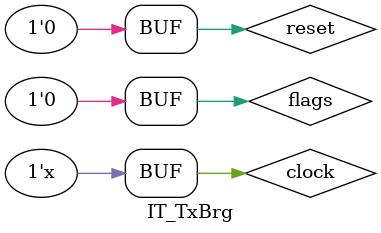
<source format=v>
`timescale 1ns / 1ps


module IT_TxBrg;

    parameter           PERIOD  = 20; // debe dar 50 Mh
    parameter           NB_DATA  = 8; // debe dar 50 Mh

    reg                  [4:0]          count;
    reg                                 flags;
    //______________ TOP _________________________//
    reg [NB_DATA-1:0] din;
    reg               tx_start;
    reg               clock;
    reg               reset;
    
    wire              read_tx;
    wire              tx_done_tick;
    wire              tx; 
        
    topBrgTx   topTxBrg (
        .reset(reset),          .clock(clock),
        .din(din),              .tx_done_tick(tx_done_tick),    
        .tx_start(tx_start),    .read_tx(read_tx),
        .tx(tx)
    );
    //___________________________________________//
    
    initial
    begin
        din         = 0;
        clock       = 0;
        tx_start    = 1;
        flags       = 0;
        count       = 0;
        reset       = 1;
        #PERIOD     reset = 0;
    end
    
    always begin
        #(PERIOD/2) clock = ~clock;
        #(PERIOD/2);
    end
    
    always @(posedge clock) begin
        case (count)
            4'b0000: begin
                count = count + 1;     
            end
            4'b0001: begin
                count = count + 1;     
            end
            4'b0010: begin
                din         = 8'b10101011;
                tx_start    = 0;
                
                case (tx_done_tick) 
                    1'b0: begin
                        count = count;
                    end 
                    1'b1: begin
                        count = count + 1;   
                    end  
                endcase  
            end
            4'b0011: begin   
            end
        
        endcase
    end
    
//        always @(posedge clock) begin
//        count_clocks = count_clocks + 1;
//        if(count_clocks == N_CLOCKS) begin
//            count_ticks = count_ticks + 1;
//            if(count_ticks == N_TICKS) begin
//                count_clocks = 0;
//                count_ticks = 0;
//            end
//        end
//    end
    
endmodule

</source>
